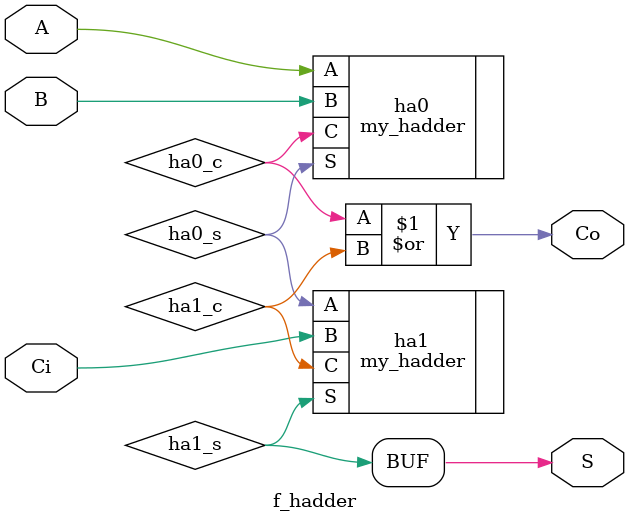
<source format=v>
`timescale 1ns / 1ps
module f_hadder(
    input A,
    input B,
    input Ci,
    output Co,
    output S
    );
    wire ha0_s,ha0_c;
    wire ha1_s,ha1_c;
    
    assign S=ha1_s;
    assign Co=ha0_c | ha1_c;
    
   my_hadder ha0 
   (
    .A(A),     .B(B),    .S(ha0_s),  .C(ha0_c)
    );
    my_hadder ha1
    (
    .A(ha0_s),  .B(Ci),  .S(ha1_s),  .C(ha1_c)
    );
endmodule
</source>
